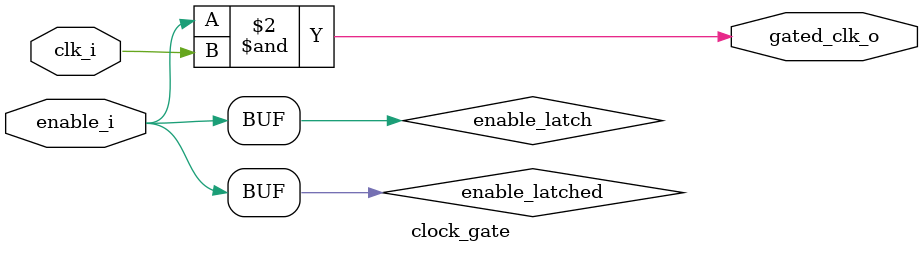
<source format=v>

module clock_gate
    #(
      parameter BEHAVIORAL_LATCH = 1
      )
    (
     input clk_i,
     input enable_i,
     output gated_clk_o
     );
    
    wire    inv_clk;
    reg     enable_latched;
    wire    enable_latch;

    assign inv_clk = ~clk_i;

    generate
        if(BEHAVIORAL_LATCH == 1)
        begin
            always@(inv_clk)
            begin
                enable_latched = enable_i;
            end

            assign enable_latch  = enable_latched;
        end // if (BEHAVIORAL_LATCH == 1)
        else
        begin
            LD_1 U_latch (.Q(enable_latch), .G(clk_i), .D(enable_i));
        end // else: !if(BEHAVIORAL_LATCH == 1)
    endgenerate

    assign gated_clk_o = enable_latch & clk_i;

endmodule // clock_gate

</source>
